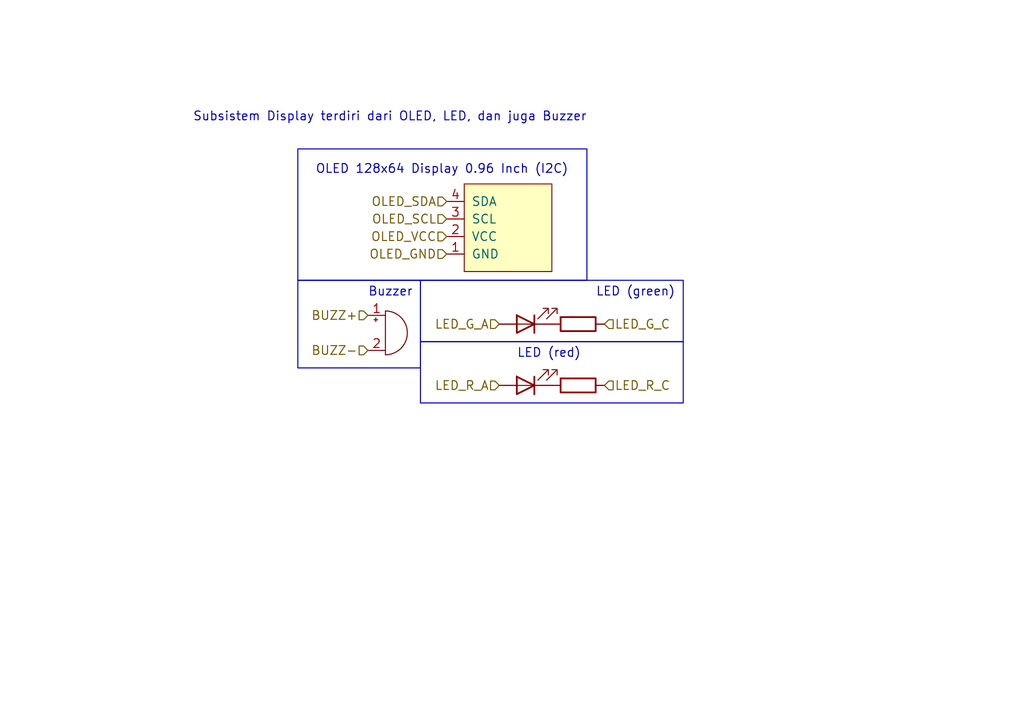
<source format=kicad_sch>
(kicad_sch (version 20230121) (generator eeschema)

  (uuid 181fe4ca-a8ac-4d3c-bca3-d6722f17b085)

  (paper "User" 148.488 105.004)

  (title_block
    (title "Subsistem Display")
    (date "2024-03-05")
    (rev "2.1")
    (company "Institut Teknologi Bandung")
    (comment 1 "Bostang Palaguna")
    (comment 2 "Designed By:")
  )

  (lib_symbols
    (symbol "Device:Buzzer" (pin_names (offset 0.0254) hide) (in_bom yes) (on_board yes)
      (property "Reference" "BZ" (at 3.81 1.27 0)
        (effects (font (size 1.27 1.27)) (justify left))
      )
      (property "Value" "Buzzer" (at 3.81 -1.27 0)
        (effects (font (size 1.27 1.27)) (justify left))
      )
      (property "Footprint" "" (at -0.635 2.54 90)
        (effects (font (size 1.27 1.27)) hide)
      )
      (property "Datasheet" "~" (at -0.635 2.54 90)
        (effects (font (size 1.27 1.27)) hide)
      )
      (property "ki_keywords" "quartz resonator ceramic" (at 0 0 0)
        (effects (font (size 1.27 1.27)) hide)
      )
      (property "ki_description" "Buzzer, polarized" (at 0 0 0)
        (effects (font (size 1.27 1.27)) hide)
      )
      (property "ki_fp_filters" "*Buzzer*" (at 0 0 0)
        (effects (font (size 1.27 1.27)) hide)
      )
      (symbol "Buzzer_0_1"
        (arc (start 0 -3.175) (mid 3.1612 0) (end 0 3.175)
          (stroke (width 0) (type default))
          (fill (type none))
        )
        (polyline
          (pts
            (xy -1.651 1.905)
            (xy -1.143 1.905)
          )
          (stroke (width 0) (type default))
          (fill (type none))
        )
        (polyline
          (pts
            (xy -1.397 2.159)
            (xy -1.397 1.651)
          )
          (stroke (width 0) (type default))
          (fill (type none))
        )
        (polyline
          (pts
            (xy 0 3.175)
            (xy 0 -3.175)
          )
          (stroke (width 0) (type default))
          (fill (type none))
        )
      )
      (symbol "Buzzer_1_1"
        (pin passive line (at -2.54 2.54 0) (length 2.54)
          (name "-" (effects (font (size 1.27 1.27))))
          (number "1" (effects (font (size 1.27 1.27))))
        )
        (pin passive line (at -2.54 -2.54 0) (length 2.54)
          (name "+" (effects (font (size 1.27 1.27))))
          (number "2" (effects (font (size 1.27 1.27))))
        )
      )
    )
    (symbol "Device:LED" (pin_numbers hide) (pin_names (offset 1.016) hide) (in_bom yes) (on_board yes)
      (property "Reference" "D" (at 0 2.54 0)
        (effects (font (size 1.27 1.27)))
      )
      (property "Value" "LED" (at 0 -2.54 0)
        (effects (font (size 1.27 1.27)))
      )
      (property "Footprint" "" (at 0 0 0)
        (effects (font (size 1.27 1.27)) hide)
      )
      (property "Datasheet" "~" (at 0 0 0)
        (effects (font (size 1.27 1.27)) hide)
      )
      (property "ki_keywords" "LED diode" (at 0 0 0)
        (effects (font (size 1.27 1.27)) hide)
      )
      (property "ki_description" "Light emitting diode" (at 0 0 0)
        (effects (font (size 1.27 1.27)) hide)
      )
      (property "ki_fp_filters" "LED* LED_SMD:* LED_THT:*" (at 0 0 0)
        (effects (font (size 1.27 1.27)) hide)
      )
      (symbol "LED_0_1"
        (polyline
          (pts
            (xy -1.27 -1.27)
            (xy -1.27 1.27)
          )
          (stroke (width 0.254) (type default))
          (fill (type none))
        )
        (polyline
          (pts
            (xy -1.27 0)
            (xy 1.27 0)
          )
          (stroke (width 0) (type default))
          (fill (type none))
        )
        (polyline
          (pts
            (xy 1.27 -1.27)
            (xy 1.27 1.27)
            (xy -1.27 0)
            (xy 1.27 -1.27)
          )
          (stroke (width 0.254) (type default))
          (fill (type none))
        )
        (polyline
          (pts
            (xy -3.048 -0.762)
            (xy -4.572 -2.286)
            (xy -3.81 -2.286)
            (xy -4.572 -2.286)
            (xy -4.572 -1.524)
          )
          (stroke (width 0) (type default))
          (fill (type none))
        )
        (polyline
          (pts
            (xy -1.778 -0.762)
            (xy -3.302 -2.286)
            (xy -2.54 -2.286)
            (xy -3.302 -2.286)
            (xy -3.302 -1.524)
          )
          (stroke (width 0) (type default))
          (fill (type none))
        )
      )
      (symbol "LED_1_1"
        (pin passive line (at -3.81 0 0) (length 2.54)
          (name "K" (effects (font (size 1.27 1.27))))
          (number "1" (effects (font (size 1.27 1.27))))
        )
        (pin passive line (at 3.81 0 180) (length 2.54)
          (name "A" (effects (font (size 1.27 1.27))))
          (number "2" (effects (font (size 1.27 1.27))))
        )
      )
    )
    (symbol "Device:R" (pin_numbers hide) (pin_names (offset 0)) (in_bom yes) (on_board yes)
      (property "Reference" "R" (at 2.032 0 90)
        (effects (font (size 1.27 1.27)))
      )
      (property "Value" "R" (at 0 0 90)
        (effects (font (size 1.27 1.27)))
      )
      (property "Footprint" "" (at -1.778 0 90)
        (effects (font (size 1.27 1.27)) hide)
      )
      (property "Datasheet" "~" (at 0 0 0)
        (effects (font (size 1.27 1.27)) hide)
      )
      (property "ki_keywords" "R res resistor" (at 0 0 0)
        (effects (font (size 1.27 1.27)) hide)
      )
      (property "ki_description" "Resistor" (at 0 0 0)
        (effects (font (size 1.27 1.27)) hide)
      )
      (property "ki_fp_filters" "R_*" (at 0 0 0)
        (effects (font (size 1.27 1.27)) hide)
      )
      (symbol "R_0_1"
        (rectangle (start -1.016 -2.54) (end 1.016 2.54)
          (stroke (width 0.254) (type default))
          (fill (type none))
        )
      )
      (symbol "R_1_1"
        (pin passive line (at 0 3.81 270) (length 1.27)
          (name "~" (effects (font (size 1.27 1.27))))
          (number "1" (effects (font (size 1.27 1.27))))
        )
        (pin passive line (at 0 -3.81 90) (length 1.27)
          (name "~" (effects (font (size 1.27 1.27))))
          (number "2" (effects (font (size 1.27 1.27))))
        )
      )
    )
    (symbol "WMS_components:SSD1306" (pin_names (offset 1.016)) (in_bom yes) (on_board yes)
      (property "Reference" "Brd" (at 0 -3.81 0)
        (effects (font (size 1.27 1.27)))
      )
      (property "Value" "SSD1306" (at 0 -1.27 0)
        (effects (font (size 1.27 1.27)))
      )
      (property "Footprint" "" (at 0 6.35 0)
        (effects (font (size 1.27 1.27)) hide)
      )
      (property "Datasheet" "" (at 0 6.35 0)
        (effects (font (size 1.27 1.27)) hide)
      )
      (property "ki_keywords" "SSD1306" (at 0 0 0)
        (effects (font (size 1.27 1.27)) hide)
      )
      (property "ki_description" "SSD1306 OLED" (at 0 0 0)
        (effects (font (size 1.27 1.27)) hide)
      )
      (property "ki_fp_filters" "SSD1306-128x64_OLED:SSD1306" (at 0 0 0)
        (effects (font (size 1.27 1.27)) hide)
      )
      (symbol "SSD1306_0_1"
        (rectangle (start -6.35 6.35) (end 6.35 -6.35)
          (stroke (width 0) (type solid))
          (fill (type background))
        )
      )
      (symbol "SSD1306_1_1"
        (pin input line (at -3.81 8.89 270) (length 2.54)
          (name "GND" (effects (font (size 1.27 1.27))))
          (number "1" (effects (font (size 1.27 1.27))))
        )
        (pin input line (at -1.27 8.89 270) (length 2.54)
          (name "VCC" (effects (font (size 1.27 1.27))))
          (number "2" (effects (font (size 1.27 1.27))))
        )
        (pin input line (at 1.27 8.89 270) (length 2.54)
          (name "SCL" (effects (font (size 1.27 1.27))))
          (number "3" (effects (font (size 1.27 1.27))))
        )
        (pin input line (at 3.81 8.89 270) (length 2.54)
          (name "SDA" (effects (font (size 1.27 1.27))))
          (number "4" (effects (font (size 1.27 1.27))))
        )
      )
    )
  )


  (rectangle (start 60.96 49.53) (end 99.06 58.42)
    (stroke (width 0) (type default))
    (fill (type none))
    (uuid 26c26e26-8c4e-4fcb-8279-72b333f92006)
  )
  (rectangle (start 43.18 40.64) (end 60.96 53.34)
    (stroke (width 0) (type default))
    (fill (type none))
    (uuid 2aa020b7-4adc-420c-9553-570c4f07b486)
  )
  (rectangle (start 43.18 21.59) (end 85.09 40.64)
    (stroke (width 0) (type default))
    (fill (type none))
    (uuid 759fb052-24f1-41dc-a522-afcdfa2d9c87)
  )
  (rectangle (start 60.96 40.64) (end 99.06 49.53)
    (stroke (width 0) (type default))
    (fill (type none))
    (uuid 7894ab3b-0b74-43fa-a1c7-ad9176a7f0b8)
  )

  (text "Subsistem Display terdiri dari OLED, LED, dan juga Buzzer"
    (at 27.94 17.78 0)
    (effects (font (size 1.27 1.27)) (justify left bottom))
    (uuid 0014a5bc-d10f-430b-ba68-52a77e42a782)
  )
  (text "LED (red)" (at 74.93 52.07 0)
    (effects (font (size 1.27 1.27)) (justify left bottom))
    (uuid 4cffb4e4-1263-4eb7-9e50-f20553fd29e5)
  )
  (text "Buzzer" (at 53.34 43.18 0)
    (effects (font (size 1.27 1.27)) (justify left bottom))
    (uuid 71e2d82f-e841-4499-8fdb-c0cf1fb5ae2c)
  )
  (text "OLED 128x64 Display 0.96 Inch (I2C)" (at 45.72 25.4 0)
    (effects (font (size 1.27 1.27)) (justify left bottom))
    (uuid 7ae7a5d0-ccb4-440d-8ee7-bc1ca9440ed7)
  )
  (text "LED (green)" (at 86.36 43.18 0)
    (effects (font (size 1.27 1.27)) (justify left bottom))
    (uuid e57b6449-bf8c-4a57-a4b2-944e3b9a9e89)
  )

  (hierarchical_label "BUZZ+" (shape input) (at 53.34 45.72 180) (fields_autoplaced)
    (effects (font (size 1.27 1.27)) (justify right))
    (uuid 12d48c2e-20ad-4f0c-b4b7-a64b93fc8754)
  )
  (hierarchical_label "LED_R_C" (shape input) (at 87.63 55.88 0) (fields_autoplaced)
    (effects (font (size 1.27 1.27)) (justify left))
    (uuid 5c92c43a-1cad-47a4-9748-57dbc99660fc)
  )
  (hierarchical_label "OLED_VCC" (shape input) (at 64.77 34.29 180) (fields_autoplaced)
    (effects (font (size 1.27 1.27)) (justify right))
    (uuid 6d6426fa-05e8-46b3-ae11-afec85ab8f95)
  )
  (hierarchical_label "BUZZ-" (shape input) (at 53.34 50.8 180) (fields_autoplaced)
    (effects (font (size 1.27 1.27)) (justify right))
    (uuid 856c279c-541f-4a7d-acc5-886a7109703d)
  )
  (hierarchical_label "OLED_SDA" (shape input) (at 64.77 29.21 180) (fields_autoplaced)
    (effects (font (size 1.27 1.27)) (justify right))
    (uuid 9755a207-0eeb-4d7c-8a9a-e7d9ddf6160b)
  )
  (hierarchical_label "LED_R_A" (shape input) (at 72.39 55.88 180) (fields_autoplaced)
    (effects (font (size 1.27 1.27)) (justify right))
    (uuid 9aaa99ea-2fc0-418c-aa9f-d90c9c36bd11)
  )
  (hierarchical_label "LED_G_A" (shape input) (at 72.39 46.99 180) (fields_autoplaced)
    (effects (font (size 1.27 1.27)) (justify right))
    (uuid a8a96729-0d35-48de-ae4d-4e5d2c875d74)
  )
  (hierarchical_label "LED_G_C" (shape input) (at 87.63 46.99 0) (fields_autoplaced)
    (effects (font (size 1.27 1.27)) (justify left))
    (uuid cc55dcb9-1632-40d5-af86-4725ab268414)
  )
  (hierarchical_label "OLED_SCL" (shape input) (at 64.77 31.75 180) (fields_autoplaced)
    (effects (font (size 1.27 1.27)) (justify right))
    (uuid dc94f21d-1008-40f4-af70-c6712efd67e5)
  )
  (hierarchical_label "OLED_GND" (shape input) (at 64.77 36.83 180) (fields_autoplaced)
    (effects (font (size 1.27 1.27)) (justify right))
    (uuid ee0b27dd-af68-4ec2-8715-3ba21f4f8632)
  )

  (symbol (lib_id "Device:LED") (at 76.2 55.88 180) (unit 1)
    (in_bom yes) (on_board yes) (dnp no) (fields_autoplaced)
    (uuid 4dec77e4-e8d7-4606-a028-692156876607)
    (property "Reference" "D2" (at 77.7875 48.26 0)
      (effects (font (size 1.27 1.27)) hide)
    )
    (property "Value" "LED" (at 77.7875 50.8 0)
      (effects (font (size 1.27 1.27)) hide)
    )
    (property "Footprint" "LED_THT:LED_D3.0mm" (at 76.2 55.88 0)
      (effects (font (size 1.27 1.27)) hide)
    )
    (property "Datasheet" "~" (at 76.2 55.88 0)
      (effects (font (size 1.27 1.27)) hide)
    )
    (pin "1" (uuid ef8eb4fa-450a-40b3-af83-28ff116db768))
    (pin "2" (uuid 267d33bb-cf7f-4e5e-a4f7-46565b337590))
    (instances
      (project "WMS"
        (path "/27842b89-d3ad-4f43-9134-f95cd8633a64/92702a01-18bc-488e-88bf-e9988be28598"
          (reference "D2") (unit 1)
        )
      )
    )
  )

  (symbol (lib_id "WMS_components:SSD1306") (at 73.66 33.02 90) (unit 1)
    (in_bom yes) (on_board yes) (dnp no) (fields_autoplaced)
    (uuid 5aac4c58-9296-4316-ac10-0a2ef99fa1d0)
    (property "Reference" "Brd1" (at 81.28 31.75 90)
      (effects (font (size 1.27 1.27)) (justify right) hide)
    )
    (property "Value" "SSD1306" (at 81.28 34.29 90)
      (effects (font (size 1.27 1.27)) (justify right) hide)
    )
    (property "Footprint" "WMS_components:128x64OLED" (at 67.31 33.02 0)
      (effects (font (size 1.27 1.27)) hide)
    )
    (property "Datasheet" "" (at 67.31 33.02 0)
      (effects (font (size 1.27 1.27)) hide)
    )
    (pin "1" (uuid b234737d-d125-45d3-984b-1db33de3fe61))
    (pin "2" (uuid a724c44e-8237-47ba-bc21-69b370272541))
    (pin "3" (uuid b60c2be4-8a39-43ca-881c-264c4cbbaef0))
    (pin "4" (uuid 32eca17f-cce7-440e-9767-ef5f6fc901bd))
    (instances
      (project "WMS"
        (path "/27842b89-d3ad-4f43-9134-f95cd8633a64/92702a01-18bc-488e-88bf-e9988be28598"
          (reference "Brd1") (unit 1)
        )
      )
    )
  )

  (symbol (lib_id "Device:LED") (at 76.2 46.99 180) (unit 1)
    (in_bom yes) (on_board yes) (dnp no) (fields_autoplaced)
    (uuid 886f1ed0-bd83-4d48-aff6-ceed8279bb9e)
    (property "Reference" "D1" (at 77.7875 39.37 0)
      (effects (font (size 1.27 1.27)) hide)
    )
    (property "Value" "LED" (at 77.7875 41.91 0)
      (effects (font (size 1.27 1.27)) hide)
    )
    (property "Footprint" "LED_THT:LED_D3.0mm" (at 76.2 46.99 0)
      (effects (font (size 1.27 1.27)) hide)
    )
    (property "Datasheet" "~" (at 76.2 46.99 0)
      (effects (font (size 1.27 1.27)) hide)
    )
    (pin "1" (uuid 9491d2bc-5d7c-4548-83dc-93c6920ad32d))
    (pin "2" (uuid aa573a7f-b767-4a24-ab18-a9b131b72c92))
    (instances
      (project "WMS"
        (path "/27842b89-d3ad-4f43-9134-f95cd8633a64/92702a01-18bc-488e-88bf-e9988be28598"
          (reference "D1") (unit 1)
        )
      )
    )
  )

  (symbol (lib_id "Device:R") (at 83.82 46.99 270) (unit 1)
    (in_bom yes) (on_board yes) (dnp no)
    (uuid 9bd8def7-dccc-415c-8a74-459beb68e746)
    (property "Reference" "R1" (at 83.82 40.64 90)
      (effects (font (size 1.27 1.27)) hide)
    )
    (property "Value" "82" (at 83.82 44.45 90)
      (effects (font (size 1.27 1.27)) hide)
    )
    (property "Footprint" "Resistor_SMD:R_0805_2012Metric" (at 83.82 45.212 90)
      (effects (font (size 1.27 1.27)) hide)
    )
    (property "Datasheet" "~" (at 83.82 46.99 0)
      (effects (font (size 1.27 1.27)) hide)
    )
    (pin "1" (uuid 1a59df72-4a36-4b0e-bdd3-65833499ebc3))
    (pin "2" (uuid 57b773bc-46ff-404a-82e6-c0af4061ae9d))
    (instances
      (project "WMS"
        (path "/27842b89-d3ad-4f43-9134-f95cd8633a64/92702a01-18bc-488e-88bf-e9988be28598"
          (reference "R1") (unit 1)
        )
      )
    )
  )

  (symbol (lib_id "Device:R") (at 83.82 55.88 270) (unit 1)
    (in_bom yes) (on_board yes) (dnp no)
    (uuid a8223aab-be73-4bb8-b71d-6157a83a61f6)
    (property "Reference" "R2" (at 83.82 49.53 90)
      (effects (font (size 1.27 1.27)) hide)
    )
    (property "Value" "120" (at 83.82 53.34 90)
      (effects (font (size 1.27 1.27)) hide)
    )
    (property "Footprint" "Resistor_SMD:R_0805_2012Metric" (at 83.82 54.102 90)
      (effects (font (size 1.27 1.27)) hide)
    )
    (property "Datasheet" "~" (at 83.82 55.88 0)
      (effects (font (size 1.27 1.27)) hide)
    )
    (pin "1" (uuid 563e0f92-2a16-4e7c-b459-449d4e345ec2))
    (pin "2" (uuid 2694b526-4abd-4bb0-a0cb-ed13e60e1d17))
    (instances
      (project "WMS"
        (path "/27842b89-d3ad-4f43-9134-f95cd8633a64/92702a01-18bc-488e-88bf-e9988be28598"
          (reference "R2") (unit 1)
        )
      )
    )
  )

  (symbol (lib_id "Device:Buzzer") (at 55.88 48.26 0) (unit 1)
    (in_bom yes) (on_board yes) (dnp no) (fields_autoplaced)
    (uuid cabd86cf-d87d-4124-b624-3e3ef03e866c)
    (property "Reference" "BZ1" (at 59.69 46.99 0)
      (effects (font (size 1.27 1.27)) (justify left) hide)
    )
    (property "Value" "Buzzer" (at 59.69 49.53 0)
      (effects (font (size 1.27 1.27)) (justify left) hide)
    )
    (property "Footprint" "Buzzer_Beeper:Buzzer_12x9.5RM7.6" (at 55.245 45.72 90)
      (effects (font (size 1.27 1.27)) hide)
    )
    (property "Datasheet" "~" (at 55.245 45.72 90)
      (effects (font (size 1.27 1.27)) hide)
    )
    (pin "1" (uuid dd933db9-0ad0-446f-afbd-fb75715cc2b4))
    (pin "2" (uuid 6a9a0489-59e0-46a4-b8cc-021c0f352da5))
    (instances
      (project "WMS"
        (path "/27842b89-d3ad-4f43-9134-f95cd8633a64/92702a01-18bc-488e-88bf-e9988be28598"
          (reference "BZ1") (unit 1)
        )
      )
    )
  )
)

</source>
